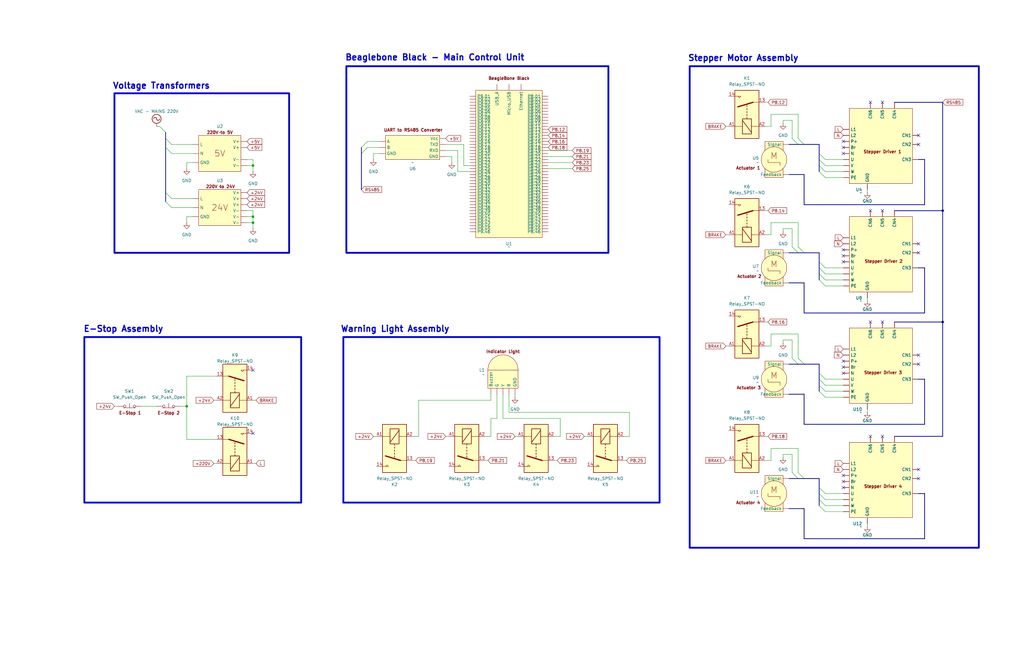
<source format=kicad_sch>
(kicad_sch (version 20231120) (generator "eeschema") (generator_version "8.0")
  (paper "B")
  (title_block (title "OceanMotion Motion Platform - Wiring Schematic") (date "2024-04-04") (rev "1") (company "Ocean Motion") (comment 1 "Author - Jarrett Crump"))
  (lib_symbols
    (symbol "OceanMotion:220V_24V_TRANS"
      (property "Reference" "U" (at 0 -10.16 0))
      (symbol "220V_24V_TRANS_1_1"
        (rectangle (start -8.89 7.62) (end 8.89 -7.62) (fill (type background)))
        (text "24V\n" (at 0 0 0) (effects (font (size 2.54 2.54))))
        (pin bidirectional line (at -11.43 -3.81 0) (length 2.54) (name "GND") (number ""))
        (pin bidirectional line (at -11.43 3.81 0) (length 2.54) (name "L") (number ""))
        (pin bidirectional line (at -11.43 0 0) (length 2.54) (name "N") (number ""))
        (pin output line (at 11.43 1.27 180) (length 2.54) (name "V+") (number ""))
        (pin output line (at 11.43 3.81 180) (length 2.54) (name "V+") (number ""))
        (pin output line (at 11.43 6.35 180) (length 2.54) (name "V+") (number ""))
        (pin output line (at 11.43 -6.35 180) (length 2.54) (name "V-") (number ""))
        (pin output line (at 11.43 -3.81 180) (length 2.54) (name "V-") (number ""))
        (pin output line (at 11.43 -1.27 180) (length 2.54) (name "V-") (number ""))
      )
    )
    (symbol "OceanMotion:220V_5V_TRANS"
      (property "Reference" "U" (at 0 -10.16 0))
      (symbol "220V_5V_TRANS_1_1"
        (rectangle (start -8.89 7.62) (end 8.89 -7.62) (fill (type background)))
        (text "5V" (at 0 0 0) (effects (font (size 2.54 2.54))))
        (pin bidirectional line (at -11.43 -3.81 0) (length 2.54) (name "GND") (number ""))
        (pin bidirectional line (at -11.43 3.81 0) (length 2.54) (name "L") (number ""))
        (pin bidirectional line (at -11.43 0 0) (length 2.54) (name "N") (number ""))
        (pin output line (at 11.43 2.54 180) (length 2.54) (name "V+") (number ""))
        (pin output line (at 11.43 5.08 180) (length 2.54) (name "V+") (number ""))
        (pin output line (at 11.43 -5.08 180) (length 2.54) (name "V-") (number ""))
        (pin output line (at 11.43 -2.54 180) (length 2.54) (name "V-") (number ""))
      )
    )
    (symbol "OceanMotion:BBB"
      (property "Reference" "U" (at 0 -39.624 0))
      (symbol "BBB_1_1"
        (rectangle (start -13.97 24.13) (end 13.97 -38.1) (fill (type background)))
        (pin input line (at 5.08 26.67 270) (length 2.54) (name "Ethernet") (number ""))
        (pin input line (at 0 26.67 270) (length 2.54) (name "Micro_USB") (number ""))
        (pin bidirectional line (at 16.51 21.59 180) (length 2.54) (name "P8.01") (number ""))
        (pin bidirectional line (at 16.51 20.32 180) (length 2.54) (name "P8.02") (number ""))
        (pin bidirectional line (at 16.51 19.05 180) (length 2.54) (name "P8.03") (number ""))
        (pin bidirectional line (at 16.51 17.78 180) (length 2.54) (name "P8.04") (number ""))
        (pin bidirectional line (at 16.51 16.51 180) (length 2.54) (name "P8.05") (number ""))
        (pin bidirectional line (at 16.51 15.24 180) (length 2.54) (name "P8.06") (number ""))
        (pin bidirectional line (at 16.51 13.97 180) (length 2.54) (name "P8.07") (number ""))
        (pin bidirectional line (at 16.51 12.7 180) (length 2.54) (name "P8.08") (number ""))
        (pin bidirectional line (at 16.51 11.43 180) (length 2.54) (name "P8.09") (number ""))
        (pin bidirectional line (at 16.51 10.16 180) (length 2.54) (name "P8.10") (number ""))
        (pin bidirectional line (at 16.51 8.89 180) (length 2.54) (name "P8.11") (number ""))
        (pin bidirectional line (at 16.51 7.62 180) (length 2.54) (name "P8.12") (number ""))
        (pin bidirectional line (at 16.51 6.35 180) (length 2.54) (name "P8.13") (number ""))
        (pin bidirectional line (at 16.51 5.08 180) (length 2.54) (name "P8.14") (number ""))
        (pin bidirectional line (at 16.51 3.81 180) (length 2.54) (name "P8.15") (number ""))
        (pin bidirectional line (at 16.51 2.54 180) (length 2.54) (name "P8.16") (number ""))
        (pin bidirectional line (at 16.51 1.27 180) (length 2.54) (name "P8.17") (number ""))
        (pin bidirectional line (at 16.51 0 180) (length 2.54) (name "P8.18") (number ""))
        (pin bidirectional line (at 16.51 -1.27 180) (length 2.54) (name "P8.19") (number ""))
        (pin bidirectional line (at 16.51 -2.54 180) (length 2.54) (name "P8.20") (number ""))
        (pin bidirectional line (at 16.51 -3.81 180) (length 2.54) (name "P8.21") (number ""))
        (pin bidirectional line (at 16.51 -5.08 180) (length 2.54) (name "P8.22") (number ""))
        (pin bidirectional line (at 16.51 -6.35 180) (length 2.54) (name "P8.23") (number ""))
        (pin bidirectional line (at 16.51 -7.62 180) (length 2.54) (name "P8.24") (number ""))
        (pin bidirectional line (at 16.51 -8.89 180) (length 2.54) (name "P8.25") (number ""))
        (pin bidirectional line (at 16.51 -10.16 180) (length 2.54) (name "P8.26") (number ""))
        (pin bidirectional line (at 16.51 -11.43 180) (length 2.54) (name "P8.27") (number ""))
        (pin bidirectional line (at 16.51 -12.7 180) (length 2.54) (name "P8.28") (number ""))
        (pin bidirectional line (at 16.51 -13.97 180) (length 2.54) (name "P8.29") (number ""))
        (pin bidirectional line (at 16.51 -15.24 180) (length 2.54) (name "P8.30") (number ""))
        (pin bidirectional line (at 16.51 -16.51 180) (length 2.54) (name "P8.31") (number ""))
        (pin bidirectional line (at 16.51 -17.78 180) (length 2.54) (name "P8.32") (number ""))
        (pin bidirectional line (at 16.51 -19.05 180) (length 2.54) (name "P8.33") (number ""))
        (pin bidirectional line (at 16.51 -20.32 180) (length 2.54) (name "P8.34") (number ""))
        (pin bidirectional line (at 16.51 -21.59 180) (length 2.54) (name "P8.35") (number ""))
        (pin bidirectional line (at 16.51 -22.86 180) (length 2.54) (name "P8.36") (number ""))
        (pin bidirectional line (at 16.51 -24.13 180) (length 2.54) (name "P8.37") (number ""))
        (pin bidirectional line (at 16.51 -25.4 180) (length 2.54) (name "P8.38") (number ""))
        (pin bidirectional line (at 16.51 -26.67 180) (length 2.54) (name "P8.39") (number ""))
        (pin bidirectional line (at 16.51 -27.94 180) (length 2.54) (name "P8.40") (number ""))
        (pin bidirectional line (at 16.51 -29.21 180) (length 2.54) (name "P8.41") (number ""))
        (pin bidirectional line (at 16.51 -30.48 180) (length 2.54) (name "P8.42") (number ""))
        (pin bidirectional line (at 16.51 -31.75 180) (length 2.54) (name "P8.43") (number ""))
        (pin bidirectional line (at 16.51 -33.02 180) (length 2.54) (name "P8.44") (number ""))
        (pin bidirectional line (at 16.51 -34.29 180) (length 2.54) (name "P8.45") (number ""))
        (pin bidirectional line (at 16.51 -35.56 180) (length 2.54) (name "P8.46") (number ""))
        (pin bidirectional line (at -16.51 21.59 0) (length 2.54) (name "P9.01") (number ""))
        (pin bidirectional line (at -16.51 20.32 0) (length 2.54) (name "P9.02") (number ""))
        (pin bidirectional line (at -16.51 19.05 0) (length 2.54) (name "P9.03") (number ""))
        (pin bidirectional line (at -16.51 17.78 0) (length 2.54) (name "P9.04") (number ""))
        (pin bidirectional line (at -16.51 16.51 0) (length 2.54) (name "P9.05") (number ""))
        (pin bidirectional line (at -16.51 15.24 0) (length 2.54) (name "P9.06") (number ""))
        (pin bidirectional line (at -16.51 13.97 0) (length 2.54) (name "P9.07") (number ""))
        (pin bidirectional line (at -16.51 12.7 0) (length 2.54) (name "P9.08") (number ""))
        (pin bidirectional line (at -16.51 11.43 0) (length 2.54) (name "P9.09") (number ""))
        (pin bidirectional line (at -16.51 10.16 0) (length 2.54) (name "P9.10") (number ""))
        (pin bidirectional line (at -16.51 8.89 0) (length 2.54) (name "P9.11") (number ""))
        (pin bidirectional line (at -16.51 7.62 0) (length 2.54) (name "P9.12") (number ""))
        (pin bidirectional line (at -16.51 6.35 0) (length 2.54) (name "P9.13") (number ""))
        (pin bidirectional line (at -16.51 5.08 0) (length 2.54) (name "P9.14") (number ""))
        (pin bidirectional line (at -16.51 3.81 0) (length 2.54) (name "P9.15") (number ""))
        (pin bidirectional line (at -16.51 2.54 0) (length 2.54) (name "P9.16") (number ""))
        (pin bidirectional line (at -16.51 1.27 0) (length 2.54) (name "P9.17") (number ""))
        (pin bidirectional line (at -16.51 0 0) (length 2.54) (name "P9.18") (number ""))
        (pin bidirectional line (at -16.51 -1.27 0) (length 2.54) (name "P9.19") (number ""))
        (pin bidirectional line (at -16.51 -2.54 0) (length 2.54) (name "P9.20") (number ""))
        (pin bidirectional line (at -16.51 -3.81 0) (length 2.54) (name "P9.21") (number ""))
        (pin bidirectional line (at -16.51 -5.08 0) (length 2.54) (name "P9.22") (number ""))
        (pin bidirectional line (at -16.51 -6.35 0) (length 2.54) (name "P9.23") (number ""))
        (pin bidirectional line (at -16.51 -7.62 0) (length 2.54) (name "P9.24") (number ""))
        (pin bidirectional line (at -16.51 -8.89 0) (length 2.54) (name "P9.25") (number ""))
        (pin bidirectional line (at -16.51 -10.16 0) (length 2.54) (name "P9.26") (number ""))
        (pin bidirectional line (at -16.51 -11.43 0) (length 2.54) (name "P9.27") (number ""))
        (pin bidirectional line (at -16.51 -12.7 0) (length 2.54) (name "P9.28") (number ""))
        (pin bidirectional line (at -16.51 -13.97 0) (length 2.54) (name "P9.29") (number ""))
        (pin bidirectional line (at -16.51 -15.24 0) (length 2.54) (name "P9.30") (number ""))
        (pin bidirectional line (at -16.51 -16.51 0) (length 2.54) (name "P9.31") (number ""))
        (pin bidirectional line (at -16.51 -17.78 0) (length 2.54) (name "P9.32") (number ""))
        (pin bidirectional line (at -16.51 -19.05 0) (length 2.54) (name "P9.33") (number ""))
        (pin bidirectional line (at -16.51 -20.32 0) (length 2.54) (name "P9.34") (number ""))
        (pin bidirectional line (at -16.51 -21.59 0) (length 2.54) (name "P9.35") (number ""))
        (pin bidirectional line (at -16.51 -22.86 0) (length 2.54) (name "P9.36") (number ""))
        (pin bidirectional line (at -16.51 -24.13 0) (length 2.54) (name "P9.37") (number ""))
        (pin bidirectional line (at -16.51 -25.4 0) (length 2.54) (name "P9.38") (number ""))
        (pin bidirectional line (at -16.51 -26.67 0) (length 2.54) (name "P9.39") (number ""))
        (pin bidirectional line (at -16.51 -27.94 0) (length 2.54) (name "P9.40") (number ""))
        (pin bidirectional line (at -16.51 -29.21 0) (length 2.54) (name "P9.41") (number ""))
        (pin bidirectional line (at -16.51 -30.48 0) (length 2.54) (name "P9.42") (number ""))
        (pin bidirectional line (at -16.51 -31.75 0) (length 2.54) (name "P9.43") (number ""))
        (pin bidirectional line (at -16.51 -33.02 0) (length 2.54) (name "P9.44") (number ""))
        (pin bidirectional line (at -16.51 -34.29 0) (length 2.54) (name "P9.45") (number ""))
        (pin bidirectional line (at -16.51 -35.56 0) (length 2.54) (name "P9.46") (number ""))
        (pin input line (at -5.08 26.67 270) (length 2.54) (name "USB_A") (number ""))
      )
    )
    (symbol "OceanMotion:DRIVER"
      (property "Reference" "U" (at 0 -19.05 0))
      (symbol "DRIVER_1_1"
        (rectangle (start -12.7 15.24) (end 13.97 -16.51) (fill (type background)))
        (pin bidirectional line (at 16.51 -1.27 180) (length 2.54) (name "Br") (number ""))
        (pin bidirectional line (at -15.24 3.81 0) (length 2.54) (name "CN1") (number ""))
        (pin bidirectional line (at -15.24 0 0) (length 2.54) (name "CN2") (number ""))
        (pin bidirectional line (at -15.24 -6.35 0) (length 2.54) (name "CN3") (number ""))
        (pin bidirectional line (at -5.08 17.78 270) (length 2.54) (name "CN4") (number ""))
        (pin bidirectional line (at 0 17.78 270) (length 2.54) (name "CN5") (number ""))
        (pin bidirectional line (at 5.08 17.78 270) (length 2.54) (name "CN6") (number ""))
        (pin bidirectional line (at 6.35 -19.05 90) (length 2.54) (name "GND") (number ""))
        (pin bidirectional line (at 16.51 6.35 180) (length 2.54) (name "L1") (number ""))
        (pin bidirectional line (at 16.51 3.81 180) (length 2.54) (name "L2") (number ""))
        (pin bidirectional line (at 16.51 -3.81 180) (length 2.54) (name "N") (number ""))
        (pin bidirectional line (at 16.51 1.27 180) (length 2.54) (name "P+") (number ""))
        (pin bidirectional line (at 16.51 -13.97 180) (length 2.54) (name "PE") (number ""))
        (pin bidirectional line (at 16.51 -6.35 180) (length 2.54) (name "U") (number ""))
        (pin bidirectional line (at 16.51 -8.89 180) (length 2.54) (name "V") (number ""))
        (pin bidirectional line (at 16.51 -11.43 180) (length 2.54) (name "W") (number ""))
      )
    )
    (symbol "OceanMotion:LED"
      (property "Reference" "L" (at -8.128 0 0))
      (symbol "LED_1_1"
        (rectangle (start -6.35 2.54) (end 6.35 -5.08) (fill (type background)))
        (arc (start 6.35 2.54) (mid 0 9.0147) (end -6.35 2.54) (fill (type background)))
        (pin input line (at 5.08 -7.62 90) (length 2.54) (name "Buzzer") (number ""))
        (pin input line (at 2.54 -7.62 90) (length 2.54) (name "G") (number ""))
        (pin input line (at -5.08 -7.62 90) (length 2.54) (name "GND") (number ""))
        (pin input line (at -2.54 -7.62 90) (length 2.54) (name "R") (number ""))
        (pin input line (at 0 -7.62 90) (length 2.54) (name "Y") (number ""))
      )
    )
    (symbol "OceanMotion:MOTOR"
      (property "Reference" "U" (at 0 -8.89 0))
      (symbol "MOTOR_1_1"
        (polyline (pts (xy -3.81 -3.81) (xy -3.81 -7.62) (xy 3.81 -7.62) (xy 3.81 -3.81)) (fill (type background)))
        (polyline (pts (xy -2.54 -2.54) (xy -2.54 -1.27) (xy 2.54 -1.27) (xy 2.54 0)))
        (polyline (pts (xy 3.81 3.81) (xy 3.81 7.62) (xy -3.81 7.62) (xy -3.81 3.81)) (fill (type background)))
        (circle (center 0 0) (radius 5.3882) (fill (type background)))
        (text "M" (at 0 1.524 0) (effects (font (size 2.54 2.54))))
        (pin bidirectional line (at -6.35 -6.35 0) (length 2.54) (name "Feedback") (number ""))
        (pin bidirectional line (at -6.35 6.35 0) (length 2.54) (name "Signal") (number ""))
      )
    )
    (symbol "OceanMotion:UART_to_RS485"
      (property "Reference" "U" (at 0 -7.112 0))
      (symbol "UART_to_RS485_1_1"
        (rectangle (start -11.43 5.08) (end 11.43 -5.08) (fill (type background)))
        (pin bidirectional line (at 13.97 2.54 180) (length 2.54) (name "A") (number ""))
        (pin bidirectional line (at 13.97 0 180) (length 2.54) (name "B") (number ""))
        (pin passive line (at -13.97 -3.81 0) (length 2.54) (name "GND") (number ""))
        (pin passive line (at 13.97 -2.54 180) (length 2.54) (name "GND") (number ""))
        (pin bidirectional line (at -13.97 -1.27 0) (length 2.54) (name "RXD") (number ""))
        (pin bidirectional line (at -13.97 1.27 0) (length 2.54) (name "TXD") (number ""))
        (pin input line (at -13.97 3.81 0) (length 2.54) (name "Vcc") (number ""))
      )
    )
    (symbol "Relay:Relay_SPST-NO"
      (property "Reference" "K" (at 11.43 3.81 0))
      (property "Value" "Relay_SPST-NO" (at 11.43 1.27 0))
      (symbol "Relay_SPST-NO_0_0"
        (polyline (pts (xy 7.62 5.08) (xy 7.62 2.54) (xy 6.985 3.175) (xy 7.62 3.81)))
      )
      (symbol "Relay_SPST-NO_0_1"
        (rectangle (start -10.16 5.08) (end 10.16 -5.08) (stroke (width 0.254)) (fill (type background)))
        (rectangle (start -8.255 1.905) (end -1.905 -1.905) (stroke (width 0.254)))
        (polyline (pts (xy -7.62 -1.905) (xy -2.54 1.905)) (stroke (width 0.254)))
        (polyline (pts (xy -5.08 -5.08) (xy -5.08 -1.905)))
        (polyline (pts (xy -5.08 5.08) (xy -5.08 1.905)))
        (polyline (pts (xy -1.905 0) (xy -1.27 0)) (stroke (width 0.254)))
        (polyline (pts (xy -0.635 0) (xy 0 0)) (stroke (width 0.254)))
        (polyline (pts (xy 0.635 0) (xy 1.27 0)) (stroke (width 0.254)))
        (polyline (pts (xy 1.905 0) (xy 2.54 0)) (stroke (width 0.254)))
        (polyline (pts (xy 3.175 0) (xy 3.81 0)) (stroke (width 0.254)))
        (polyline (pts (xy 5.08 -2.54) (xy 3.175 3.81)) (stroke (width 0.508)))
        (polyline (pts (xy 5.08 -2.54) (xy 5.08 -5.08)))
      )
      (symbol "Relay_SPST-NO_1_1"
        (pin passive line (at 5.08 -7.62 90) (length 2.54) (name "~") (number "13"))
        (pin passive line (at 7.62 7.62 270) (length 2.54) (name "~") (number "14"))
        (pin passive line (at -5.08 7.62 270) (length 2.54) (name "~") (number "A1"))
        (pin passive line (at -5.08 -7.62 90) (length 2.54) (name "~") (number "A2"))
      )
    )
    (symbol "Switch:SW_Push_Open" (pin_numbers hide) (pin_names (offset 1.016) hide)
      (property "Reference" "SW" (at 0 2.54 0))
      (property "Value" "SW_Push_Open" (at 0 -1.905 0))
      (symbol "SW_Push_Open_0_1"
        (circle (center -2.032 0) (radius 0.508))
        (polyline (pts (xy -2.54 -0.635) (xy 2.54 -0.635)))
        (polyline (pts (xy 0 -0.635) (xy 0 1.27)))
        (circle (center 2.032 0) (radius 0.508))
        (pin passive line (at -5.08 0 0) (length 2.54) (name "A") (number "1"))
      )
      (symbol "SW_Push_Open_1_1"
        (pin passive line (at 5.08 0 180) (length 2.54) (name "B") (number "2"))
      )
    )
    (symbol "power:GND" (power) (pin_numbers hide) (pin_names (offset 0) hide)
      (property "Value" "GND" (at 0 -3.81 0))
      (symbol "GND_0_1"
        (polyline (pts (xy 0 0) (xy 0 -1.27) (xy 1.27 -1.27) (xy 0 -2.54) (xy -1.27 -1.27) (xy 0 -1.27)))
      )
      (symbol "GND_1_1"
        (pin power_in line (at 0 0 270) (length 0) (name "~") (number "1"))
      )
    )
    (symbol "power:VAC" (power) (pin_numbers hide) (pin_names (offset 0) hide)
      (property "Value" "VAC" (at 0 6.35 0))
      (symbol "VAC_0_1"
        (polyline (pts (xy 0 0) (xy 0 1.27)))
        (arc (start 0 3.175) (mid -0.635 3.8073) (end -1.27 3.175) (stroke (width 0.254)))
        (arc (start 0 3.175) (mid 0.635 2.5427) (end 1.27 3.175) (stroke (width 0.254)))
        (circle (center 0 3.175) (radius 1.905) (stroke (width 0.254)))
      )
      (symbol "VAC_1_1"
        (pin power_in line (at 0 0 90) (length 0) (name "~") (number "1"))
      )
    )
  )
  (junction (at 106.68 93.98))
  (junction (at 78.74 171.45))
  (junction (at 106.68 91.44))
  (junction (at 106.68 69.85))
  (junction (at 397.51 135.89))
  (junction (at 397.51 88.9))
  (no_connect (at 387.35 149.86))
  (no_connect (at 355.6 62.23))
  (no_connect (at 387.35 198.12))
  (no_connect (at 387.35 60.96))
  (no_connect (at 387.35 57.15))
  (no_connect (at 387.35 102.87))
  (no_connect (at 367.03 43.18))
  (no_connect (at 372.11 135.89))
  (no_connect (at 372.11 184.15))
  (no_connect (at 355.6 64.77))
  (no_connect (at 355.6 203.2))
  (no_connect (at 367.03 184.15))
  (no_connect (at 367.03 88.9))
  (no_connect (at 355.6 59.69))
  (no_connect (at 355.6 110.49))
  (no_connect (at 387.35 201.93))
  (no_connect (at 355.6 105.41))
  (no_connect (at 387.35 106.68))
  (no_connect (at 372.11 43.18))
  (no_connect (at 355.6 205.74))
  (no_connect (at 355.6 107.95))
  (no_connect (at 355.6 200.66))
  (no_connect (at 372.11 88.9))
  (no_connect (at 355.6 157.48))
  (no_connect (at 387.35 153.67))
  (no_connect (at 106.68 156.21))
  (no_connect (at 106.68 182.88))
  (no_connect (at 367.03 135.89))
  (no_connect (at 355.6 152.4))
  (no_connect (at 355.6 154.94))
  (bus_entry (at 336.55 151.13) (size 2.54 2.54))
  (bus_entry (at 334.01 104.14) (size 2.54 2.54))
  (bus_entry (at 152.4 64.77) (size 2.54 -2.54))
  (bus_entry (at 345.44 162.56) (size 2.54 2.54))
  (bus_entry (at 67.31 53.34) (size 2.54 2.54))
  (bus_entry (at 345.44 160.02) (size 2.54 2.54))
  (bus_entry (at 345.44 208.28) (size 2.54 2.54))
  (bus_entry (at 345.44 113.03) (size 2.54 2.54))
  (bus_entry (at 345.44 165.1) (size 2.54 2.54))
  (bus_entry (at 345.44 115.57) (size 2.54 2.54))
  (bus_entry (at 336.55 104.14) (size 2.54 2.54))
  (bus_entry (at 345.44 69.85) (size 2.54 2.54))
  (bus_entry (at 334.01 58.42) (size 2.54 2.54))
  (bus_entry (at 345.44 72.39) (size 2.54 2.54))
  (bus_entry (at 345.44 157.48) (size 2.54 2.54))
  (bus_entry (at 69.85 62.23) (size 2.54 2.54))
  (bus_entry (at 345.44 64.77) (size 2.54 2.54))
  (bus_entry (at 69.85 85.09) (size 2.54 2.54))
  (bus_entry (at 334.01 151.13) (size 2.54 2.54))
  (bus_entry (at 336.55 199.39) (size 2.54 2.54))
  (bus_entry (at 345.44 110.49) (size 2.54 2.54))
  (bus_entry (at 345.44 210.82) (size 2.54 2.54))
  (bus_entry (at 345.44 213.36) (size 2.54 2.54))
  (bus_entry (at 334.01 199.39) (size 2.54 2.54))
  (bus_entry (at 345.44 67.31) (size 2.54 2.54))
  (bus_entry (at 345.44 118.11) (size 2.54 2.54))
  (bus_entry (at 69.85 81.28) (size 2.54 2.54))
  (bus_entry (at 345.44 205.74) (size 2.54 2.54))
  (bus_entry (at 336.55 58.42) (size 2.54 2.54))
  (bus_entry (at 69.85 58.42) (size 2.54 2.54))
  (bus_entry (at 152.4 62.23) (size 2.54 -2.54))
  (wire (pts (xy 347.98 162.56) (xy 355.6 162.56)))
  (wire (pts (xy 265.43 184.15) (xy 265.43 173.99)))
  (bus (pts (xy 336.55 201.93) (xy 339.09 201.93)))
  (bus (pts (xy 332.74 73.66) (xy 339.09 73.66)))
  (wire (pts (xy 330.2 191.77) (xy 330.2 193.04)))
  (wire (pts (xy 347.98 210.82) (xy 355.6 210.82)))
  (bus (pts (xy 332.74 153.67) (xy 336.55 153.67)))
  (wire (pts (xy 104.14 93.98) (xy 106.68 93.98)))
  (wire (pts (xy 72.39 60.96) (xy 81.28 60.96)))
  (wire (pts (xy 231.14 68.58) (xy 241.3 68.58)))
  (wire (pts (xy 334.01 50.8) (xy 334.01 58.42)))
  (wire (pts (xy 265.43 173.99) (xy 214.63 173.99)))
  (wire (pts (xy 262.89 184.15) (xy 265.43 184.15)))
  (wire (pts (xy 347.98 67.31) (xy 355.6 67.31)))
  (wire (pts (xy 347.98 160.02) (xy 355.6 160.02)))
  (bus (pts (xy 345.44 113.03) (xy 345.44 115.57)))
  (wire (pts (xy 334.01 143.51) (xy 330.2 143.51)))
  (bus (pts (xy 345.44 210.82) (xy 345.44 213.36)))
  (bus (pts (xy 345.44 160.02) (xy 345.44 162.56)))
  (bus (pts (xy 152.4 64.77) (xy 152.4 80.01)))
  (wire (pts (xy 231.14 66.04) (xy 241.3 66.04)))
  (wire (pts (xy 347.98 118.11) (xy 355.6 118.11)))
  (bus (pts (xy 377.19 184.15) (xy 397.51 184.15)))
  (bus (pts (xy 345.44 110.49) (xy 345.44 113.03)))
  (bus (pts (xy 69.85 81.28) (xy 69.85 85.09)))
  (bus (pts (xy 332.74 106.68) (xy 336.55 106.68)))
  (wire (pts (xy 106.68 93.98) (xy 106.68 96.52)))
  (wire (pts (xy 78.74 91.44) (xy 78.74 93.98)))
  (wire (pts (xy 187.96 66.04) (xy 190.5 66.04)))
  (wire (pts (xy 157.48 64.77) (xy 157.48 67.31)))
  (bus (pts (xy 345.44 157.48) (xy 345.44 160.02)))
  (wire (pts (xy 176.53 184.15) (xy 176.53 168.91)))
  (wire (pts (xy 347.98 165.1) (xy 355.6 165.1)))
  (bus (pts (xy 336.55 153.67) (xy 339.09 153.67)))
  (wire (pts (xy 365.76 220.98) (xy 365.76 222.25)))
  (wire (pts (xy 106.68 168.91) (xy 107.95 168.91)))
  (wire (pts (xy 209.55 166.37) (xy 209.55 176.53)))
  (wire (pts (xy 207.01 166.37) (xy 207.01 168.91)))
  (wire (pts (xy 334.01 96.52) (xy 330.2 96.52)))
  (bus (pts (xy 387.35 208.28) (xy 389.89 208.28)))
  (wire (pts (xy 347.98 167.64) (xy 355.6 167.64)))
  (wire (pts (xy 347.98 215.9) (xy 355.6 215.9)))
  (bus (pts (xy 152.4 62.23) (xy 152.4 64.77)))
  (wire (pts (xy 325.12 146.05) (xy 325.12 140.97)))
  (wire (pts (xy 154.94 59.69) (xy 160.02 59.69)))
  (wire (pts (xy 212.09 176.53) (xy 212.09 166.37)))
  (wire (pts (xy 195.58 60.96) (xy 195.58 69.85)))
  (wire (pts (xy 190.5 66.04) (xy 190.5 68.58)))
  (bus (pts (xy 345.44 208.28) (xy 345.44 210.82)))
  (wire (pts (xy 334.01 191.77) (xy 330.2 191.77)))
  (bus (pts (xy 389.89 67.31) (xy 389.89 86.36)))
  (wire (pts (xy 154.94 62.23) (xy 160.02 62.23)))
  (bus (pts (xy 332.74 60.96) (xy 336.55 60.96)))
  (wire (pts (xy 347.98 213.36) (xy 355.6 213.36)))
  (wire (pts (xy 347.98 120.65) (xy 355.6 120.65)))
  (wire (pts (xy 330.2 96.52) (xy 330.2 97.79)))
  (bus (pts (xy 332.74 214.63) (xy 339.09 214.63)))
  (wire (pts (xy 233.68 194.31) (xy 234.95 194.31)))
  (wire (pts (xy 204.47 184.15) (xy 207.01 184.15)))
  (wire (pts (xy 322.58 43.18) (xy 323.85 43.18)))
  (bus (pts (xy 345.44 67.31) (xy 345.44 69.85)))
  (bus (pts (xy 339.09 106.68) (xy 345.44 106.68)))
  (wire (pts (xy 322.58 53.34) (xy 325.12 53.34)))
  (wire (pts (xy 347.98 74.93) (xy 355.6 74.93)))
  (wire (pts (xy 187.96 63.5) (xy 193.04 63.5)))
  (bus (pts (xy 345.44 205.74) (xy 345.44 208.28)))
  (wire (pts (xy 231.14 63.5) (xy 241.3 63.5)))
  (wire (pts (xy 72.39 87.63) (xy 81.28 87.63)))
  (bus (pts (xy 336.55 60.96) (xy 339.09 60.96)))
  (bus (pts (xy 339.09 201.93) (xy 345.44 201.93)))
  (wire (pts (xy 325.12 93.98) (xy 336.55 93.98)))
  (bus (pts (xy 332.74 201.93) (xy 336.55 201.93)))
  (wire (pts (xy 214.63 166.37) (xy 214.63 173.99)))
  (wire (pts (xy 336.55 199.39) (xy 336.55 189.23)))
  (wire (pts (xy 330.2 143.51) (xy 330.2 144.78)))
  (wire (pts (xy 104.14 88.9) (xy 106.68 88.9)))
  (wire (pts (xy 106.68 195.58) (xy 107.95 195.58)))
  (wire (pts (xy 322.58 135.89) (xy 323.85 135.89)))
  (wire (pts (xy 193.04 63.5) (xy 193.04 72.39)))
  (wire (pts (xy 106.68 88.9) (xy 106.68 91.44)))
  (wire (pts (xy 160.02 64.77) (xy 157.48 64.77)))
  (wire (pts (xy 104.14 91.44) (xy 106.68 91.44)))
  (bus (pts (xy 389.89 208.28) (xy 389.89 227.33)))
  (wire (pts (xy 347.98 72.39) (xy 355.6 72.39)))
  (wire (pts (xy 193.04 72.39) (xy 198.12 72.39)))
  (bus (pts (xy 339.09 60.96) (xy 345.44 60.96)))
  (bus (pts (xy 69.85 55.88) (xy 69.85 58.42)))
  (bus (pts (xy 387.35 160.02) (xy 389.89 160.02)))
  (bus (pts (xy 397.51 135.89) (xy 397.51 184.15)))
  (wire (pts (xy 236.22 176.53) (xy 212.09 176.53)))
  (wire (pts (xy 306.07 194.31) (xy 307.34 194.31)))
  (wire (pts (xy 90.17 168.91) (xy 91.44 168.91)))
  (wire (pts (xy 365.76 80.01) (xy 365.76 81.28)))
  (wire (pts (xy 217.17 166.37) (xy 217.17 167.64)))
  (bus (pts (xy 389.89 113.03) (xy 389.89 132.08)))
  (wire (pts (xy 78.74 91.44) (xy 81.28 91.44)))
  (wire (pts (xy 72.39 64.77) (xy 81.28 64.77)))
  (wire (pts (xy 306.07 99.06) (xy 307.34 99.06)))
  (bus (pts (xy 336.55 106.68) (xy 339.09 106.68)))
  (wire (pts (xy 334.01 50.8) (xy 330.2 50.8)))
  (wire (pts (xy 330.2 50.8) (xy 330.2 52.07)))
  (bus (pts (xy 345.44 162.56) (xy 345.44 165.1)))
  (bus (pts (xy 339.09 227.33) (xy 389.89 227.33)))
  (wire (pts (xy 78.74 158.75) (xy 91.44 158.75)))
  (wire (pts (xy 306.07 53.34) (xy 307.34 53.34)))
  (wire (pts (xy 104.14 69.85) (xy 106.68 69.85)))
  (wire (pts (xy 322.58 99.06) (xy 325.12 99.06)))
  (bus (pts (xy 345.44 153.67) (xy 345.44 157.48)))
  (bus (pts (xy 339.09 179.07) (xy 389.89 179.07)))
  (wire (pts (xy 322.58 184.15) (xy 323.85 184.15)))
  (bus (pts (xy 387.35 67.31) (xy 389.89 67.31)))
  (wire (pts (xy 78.74 185.42) (xy 91.44 185.42)))
  (wire (pts (xy 173.99 184.15) (xy 176.53 184.15)))
  (wire (pts (xy 325.12 194.31) (xy 325.12 189.23)))
  (wire (pts (xy 322.58 146.05) (xy 325.12 146.05)))
  (wire (pts (xy 336.55 58.42) (xy 336.55 48.26)))
  (wire (pts (xy 76.2 171.45) (xy 78.74 171.45)))
  (wire (pts (xy 48.26 171.45) (xy 49.53 171.45)))
  (wire (pts (xy 173.99 194.31) (xy 175.26 194.31)))
  (wire (pts (xy 336.55 151.13) (xy 336.55 140.97)))
  (bus (pts (xy 69.85 62.23) (xy 69.85 81.28)))
  (wire (pts (xy 246.38 184.15) (xy 247.65 184.15)))
  (wire (pts (xy 336.55 104.14) (xy 336.55 93.98)))
  (wire (pts (xy 78.74 171.45) (xy 78.74 185.42)))
  (wire (pts (xy 334.01 143.51) (xy 334.01 151.13)))
  (wire (pts (xy 365.76 172.72) (xy 365.76 173.99)))
  (bus (pts (xy 397.51 43.18) (xy 397.51 88.9)))
  (bus (pts (xy 389.89 160.02) (xy 389.89 179.07)))
  (bus (pts (xy 339.09 86.36) (xy 389.89 86.36)))
  (wire (pts (xy 78.74 158.75) (xy 78.74 171.45)))
  (wire (pts (xy 157.48 184.15) (xy 158.75 184.15)))
  (bus (pts (xy 345.44 106.68) (xy 345.44 110.49)))
  (bus (pts (xy 69.85 58.42) (xy 69.85 62.23)))
  (wire (pts (xy 187.96 60.96) (xy 195.58 60.96)))
  (wire (pts (xy 347.98 208.28) (xy 355.6 208.28)))
  (bus (pts (xy 345.44 64.77) (xy 345.44 67.31)))
  (wire (pts (xy 262.89 194.31) (xy 264.16 194.31)))
  (wire (pts (xy 325.12 140.97) (xy 336.55 140.97)))
  (wire (pts (xy 325.12 189.23) (xy 336.55 189.23)))
  (wire (pts (xy 104.14 67.31) (xy 106.68 67.31)))
  (wire (pts (xy 217.17 184.15) (xy 218.44 184.15)))
  (bus (pts (xy 387.35 113.03) (xy 389.89 113.03)))
  (wire (pts (xy 231.14 71.12) (xy 241.3 71.12)))
  (bus (pts (xy 377.19 43.18) (xy 397.51 43.18)))
  (bus (pts (xy 345.44 60.96) (xy 345.44 64.77)))
  (wire (pts (xy 204.47 194.31) (xy 205.74 194.31)))
  (bus (pts (xy 345.44 115.57) (xy 345.44 118.11)))
  (bus (pts (xy 339.09 166.37) (xy 339.09 179.07)))
  (wire (pts (xy 236.22 184.15) (xy 236.22 176.53)))
  (wire (pts (xy 325.12 53.34) (xy 325.12 48.26)))
  (wire (pts (xy 90.17 195.58) (xy 91.44 195.58)))
  (bus (pts (xy 339.09 119.38) (xy 339.09 132.08)))
  (wire (pts (xy 325.12 99.06) (xy 325.12 93.98)))
  (wire (pts (xy 195.58 69.85) (xy 198.12 69.85)))
  (wire (pts (xy 325.12 48.26) (xy 336.55 48.26)))
  (wire (pts (xy 322.58 88.9) (xy 323.85 88.9)))
  (wire (pts (xy 176.53 168.91) (xy 207.01 168.91)))
  (bus (pts (xy 332.74 166.37) (xy 339.09 166.37)))
  (wire (pts (xy 72.39 83.82) (xy 81.28 83.82)))
  (bus (pts (xy 345.44 201.93) (xy 345.44 205.74)))
  (wire (pts (xy 78.74 68.58) (xy 78.74 71.12)))
  (wire (pts (xy 106.68 69.85) (xy 106.68 72.39)))
  (wire (pts (xy 347.98 113.03) (xy 355.6 113.03)))
  (wire (pts (xy 106.68 91.44) (xy 106.68 93.98)))
  (wire (pts (xy 322.58 194.31) (xy 325.12 194.31)))
  (wire (pts (xy 81.28 68.58) (xy 78.74 68.58)))
  (bus (pts (xy 332.74 119.38) (xy 339.09 119.38)))
  (bus (pts (xy 339.09 153.67) (xy 345.44 153.67)))
  (bus (pts (xy 345.44 69.85) (xy 345.44 72.39)))
  (bus (pts (xy 397.51 88.9) (xy 397.51 135.89)))
  (wire (pts (xy 233.68 184.15) (xy 236.22 184.15)))
  (wire (pts (xy 334.01 191.77) (xy 334.01 199.39)))
  (wire (pts (xy 347.98 115.57) (xy 355.6 115.57)))
  (wire (pts (xy 306.07 146.05) (xy 307.34 146.05)))
  (wire (pts (xy 187.96 184.15) (xy 189.23 184.15)))
  (wire (pts (xy 365.76 125.73) (xy 365.76 127)))
  (wire (pts (xy 334.01 96.52) (xy 334.01 104.14)))
  (wire (pts (xy 59.69 171.45) (xy 66.04 171.45)))
  (bus (pts (xy 339.09 214.63) (xy 339.09 227.33)))
  (wire (pts (xy 347.98 69.85) (xy 355.6 69.85)))
  (bus (pts (xy 377.19 88.9) (xy 397.51 88.9)))
  (bus (pts (xy 339.09 73.66) (xy 339.09 86.36)))
  (wire (pts (xy 106.68 67.31) (xy 106.68 69.85)))
  (wire (pts (xy 209.55 176.53) (xy 207.01 176.53)))
  (bus (pts (xy 377.19 135.89) (xy 397.51 135.89)))
  (bus (pts (xy 339.09 132.08) (xy 389.89 132.08)))
  (wire (pts (xy 66.04 53.34) (xy 67.31 53.34)))
  (wire (pts (xy 207.01 176.53) (xy 207.01 184.15)))
  (rectangle (start 290.83 27.94) (end 412.75 231.14) (stroke (width 0.762)))
  (rectangle (start 35.56 142.24) (end 127 212.09) (stroke (width 0.762)))
  (rectangle (start 146.05 27.94) (end 256.54 106.68) (stroke (width 0.762)))
  (rectangle (start 144.78 142.24) (end 278.13 212.09) (stroke (width 0.762)))
  (rectangle (start 48.26 39.37) (end 121.92 106.68) (stroke (width 0.762)))
  (text "Indicator Light" (at 212.09 148.59 0) (effects (font (size 1.27 1.27) (bold yes))))
  (text "Warning Light Assembly" (at 166.624 138.938 0) (effects (font (size 2.54 2.54) (thickness 0.508) (bold yes))))
  (text "UART to RS485 Converter" (at 174.244 55.118 0) (effects (font (size 1.27 1.27) (bold yes))))
  (text "220V to 5V" (at 92.71 56.134 0) (effects (font (size 1.27 1.27) (bold yes))))
  (text "E-Stop 1" (at 54.864 174.498 0) (effects (font (size 1.27 1.27) (bold yes))))
  (text "E-Stop 2" (at 71.12 174.498 0) (effects (font (size 1.27 1.27) (bold yes))))
  (text "Actuator 2" (at 315.976 116.84 0) (effects (font (size 1.27 1.27) (bold yes))))
  (text "E-Stop Assembly" (at 52.07 138.938 0) (effects (font (size 2.54 2.54) (thickness 0.508) (bold yes))))
  (text "220V to 24V" (at 92.964 78.994 0) (effects (font (size 1.27 1.27) (bold yes))))
  (text "Stepper Driver 1" (at 372.11 64.262 0) (effects (font (size 1.27 1.27) (bold yes))))
  (text "BeagleBone Black" (at 214.63 33.274 0) (effects (font (size 1.27 1.27) (bold yes))))
  (text "Actuator 4" (at 315.468 212.344 0) (effects (font (size 1.27 1.27) (bold yes))))
  (text "Voltage Transformers" (at 68.072 36.322 0) (effects (font (size 2.54 2.54) (thickness 0.508) (bold yes))))
  (text "Stepper Driver 3" (at 372.364 157.48 0) (effects (font (size 1.27 1.27) (bold yes))))
  (text "Beaglebone Black - Main Control Unit" (at 183.388 24.384 0) (effects (font (size 2.54 2.54) (thickness 0.508) (bold yes))))
  (text "Stepper Motor Assembly" (at 313.436 24.638 0) (effects (font (size 2.54 2.54) (thickness 0.508) (bold yes))))
  (text "Actuator 1" (at 315.468 71.12 0) (effects (font (size 1.27 1.27) (bold yes))))
  (text "Stepper Driver 2" (at 372.618 110.49 0) (effects (font (size 1.27 1.27) (bold yes))))
  (text "Actuator 3" (at 315.722 163.83 0) (effects (font (size 1.27 1.27) (bold yes))))
  (text "Stepper Driver 4" (at 372.364 205.486 0) (effects (font (size 1.27 1.27) (bold yes))))
  (global_label "L" (shape input) (at 355.6 195.58 180) (property "Intersheetrefs" "${INTERSHEET_REFS}" (effects (hide yes))))
  (global_label "+24V" (shape input) (at 48.26 171.45 180) (property "Intersheetrefs" "${INTERSHEET_REFS}" (effects (hide yes))))
  (global_label "+24V" (shape input) (at 104.14 86.36 0) (property "Intersheetrefs" "${INTERSHEET_REFS}" (effects (hide yes))))
  (global_label "P8.19" (shape input) (at 175.26 194.31 0) (property "Intersheetrefs" "${INTERSHEET_REFS}" (effects (hide yes))))
  (global_label "BRAKE" (shape input) (at 306.07 99.06 180) (property "Intersheetrefs" "${INTERSHEET_REFS}" (effects (hide yes))))
  (global_label "+24V" (shape input) (at 157.48 184.15 180) (property "Intersheetrefs" "${INTERSHEET_REFS}" (effects (hide yes))))
  (global_label "+24V" (shape input) (at 104.14 83.82 0) (property "Intersheetrefs" "${INTERSHEET_REFS}" (effects (hide yes))))
  (global_label "P8.16" (shape input) (at 231.14 59.69 0) (property "Intersheetrefs" "${INTERSHEET_REFS}" (effects (hide yes))))
  (global_label "L" (shape input) (at 355.6 147.32 180) (property "Intersheetrefs" "${INTERSHEET_REFS}" (effects (hide yes))))
  (global_label "+5V" (shape input) (at 104.14 59.69 0) (property "Intersheetrefs" "${INTERSHEET_REFS}" (effects (hide yes))))
  (global_label "P8.18" (shape input) (at 231.14 62.23 0) (property "Intersheetrefs" "${INTERSHEET_REFS}" (effects (hide yes))))
  (global_label "N" (shape input) (at 355.6 57.15 180) (property "Intersheetrefs" "${INTERSHEET_REFS}" (effects (hide yes))))
  (global_label "BRAKE" (shape input) (at 306.07 146.05 180) (property "Intersheetrefs" "${INTERSHEET_REFS}" (effects (hide yes))))
  (global_label "N" (shape input) (at 355.6 102.87 180) (property "Intersheetrefs" "${INTERSHEET_REFS}" (effects (hide yes))))
  (global_label "P8.12" (shape input) (at 323.85 43.18 0) (property "Intersheetrefs" "${INTERSHEET_REFS}" (effects (hide yes))))
  (global_label "P8.25" (shape input) (at 264.16 194.31 0) (property "Intersheetrefs" "${INTERSHEET_REFS}" (effects (hide yes))))
  (global_label "P8.23" (shape input) (at 234.95 194.31 0) (property "Intersheetrefs" "${INTERSHEET_REFS}" (effects (hide yes))))
  (global_label "P8.16" (shape input) (at 323.85 135.89 0) (property "Intersheetrefs" "${INTERSHEET_REFS}" (effects (hide yes))))
  (global_label "N" (shape input) (at 355.6 198.12 180) (property "Intersheetrefs" "${INTERSHEET_REFS}" (effects (hide yes))))
  (global_label "+24V" (shape input) (at 104.14 81.28 0) (property "Intersheetrefs" "${INTERSHEET_REFS}" (effects (hide yes))))
  (global_label "P8.14" (shape input) (at 323.85 88.9 0) (property "Intersheetrefs" "${INTERSHEET_REFS}" (effects (hide yes))))
  (global_label "+24V" (shape input) (at 246.38 184.15 180) (property "Intersheetrefs" "${INTERSHEET_REFS}" (effects (hide yes))))
  (global_label "RS485" (shape input) (at 152.4 80.01 0) (property "Intersheetrefs" "${INTERSHEET_REFS}" (effects (hide yes))))
  (global_label "P8.18" (shape input) (at 323.85 184.15 0) (property "Intersheetrefs" "${INTERSHEET_REFS}" (effects (hide yes))))
  (global_label "BRAKE" (shape input) (at 306.07 53.34 180) (property "Intersheetrefs" "${INTERSHEET_REFS}" (effects (hide yes))))
  (global_label "L" (shape input) (at 355.6 100.33 180) (property "Intersheetrefs" "${INTERSHEET_REFS}" (effects (hide yes))))
  (global_label "+5V" (shape input) (at 104.14 62.23 0) (property "Intersheetrefs" "${INTERSHEET_REFS}" (effects (hide yes))))
  (global_label "P8.19" (shape input) (at 241.3 63.5 0) (property "Intersheetrefs" "${INTERSHEET_REFS}" (effects (hide yes))))
  (global_label "P8.12" (shape input) (at 231.14 54.61 0) (property "Intersheetrefs" "${INTERSHEET_REFS}" (effects (hide yes))))
  (global_label "BRAKE" (shape input) (at 107.95 168.91 0) (property "Intersheetrefs" "${INTERSHEET_REFS}" (effects (hide yes))))
  (global_label "L" (shape input) (at 355.6 54.61 180) (property "Intersheetrefs" "${INTERSHEET_REFS}" (effects (hide yes))))
  (global_label "+5V" (shape input) (at 187.96 58.42 0) (property "Intersheetrefs" "${INTERSHEET_REFS}" (effects (hide yes))))
  (global_label "RS485" (shape input) (at 397.51 43.18 0) (property "Intersheetrefs" "${INTERSHEET_REFS}" (effects (hide yes))))
  (global_label "P8.21" (shape input) (at 241.3 66.04 0) (property "Intersheetrefs" "${INTERSHEET_REFS}" (effects (hide yes))))
  (global_label "L" (shape input) (at 107.95 195.58 0) (property "Intersheetrefs" "${INTERSHEET_REFS}" (effects (hide yes))))
  (global_label "BRAKE" (shape input) (at 306.07 194.31 180) (property "Intersheetrefs" "${INTERSHEET_REFS}" (effects (hide yes))))
  (global_label "N" (shape input) (at 355.6 149.86 180) (property "Intersheetrefs" "${INTERSHEET_REFS}" (effects (hide yes))))
  (global_label "P8.14" (shape input) (at 231.14 57.15 0) (property "Intersheetrefs" "${INTERSHEET_REFS}" (effects (hide yes))))
  (global_label "+24V" (shape input) (at 90.17 168.91 180) (property "Intersheetrefs" "${INTERSHEET_REFS}" (effects (hide yes))))
  (global_label "+24V" (shape input) (at 217.17 184.15 180) (property "Intersheetrefs" "${INTERSHEET_REFS}" (effects (hide yes))))
  (global_label "P8.21" (shape input) (at 205.74 194.31 0) (property "Intersheetrefs" "${INTERSHEET_REFS}" (effects (hide yes))))
  (global_label "+24V" (shape input) (at 187.96 184.15 180) (property "Intersheetrefs" "${INTERSHEET_REFS}" (effects (hide yes))))
  (global_label "P8.23" (shape input) (at 241.3 68.58 0) (property "Intersheetrefs" "${INTERSHEET_REFS}" (effects (hide yes))))
  (global_label "P8.25" (shape input) (at 241.3 71.12 0) (property "Intersheetrefs" "${INTERSHEET_REFS}" (effects (hide yes))))
  (global_label "+220V" (shape input) (at 90.17 195.58 180) (property "Intersheetrefs" "${INTERSHEET_REFS}" (effects (hide yes))))
  (symbol (lib_id "power:GND") (at 190.5 68.58 0) (unit 1)
    (property "Reference" "#PWR06" (effects (hide yes)))
    (property "Value" "GND" (at 190.5 73.66 0))
    (property "Description" "Power symbol creates a global label with name \"GND\" , ground" (effects (hide yes)))
  )
  (symbol (lib_id "Switch:SW_Push_Open") (at 71.12 171.45 0) (unit 1)
    (property "Reference" "SW2" (at 71.12 165.1 0))
    (property "Value" "SW_Push_Open" (at 71.12 167.64 0))
    (property "Description" "Push button switch, push-to-open, generic, two pins" (effects (hide yes)))
  )
  (symbol (lib_id "power:GND") (at 157.48 67.31 0) (unit 1)
    (property "Reference" "#PWR02" (effects (hide yes)))
    (property "Value" "GND" (at 157.48 72.39 0))
    (property "Description" "Power symbol creates a global label with name \"GND\" , ground" (effects (hide yes)))
  )
  (symbol (lib_id "power:GND") (at 217.17 167.64 0) (unit 1)
    (property "Reference" "#PWR07" (effects (hide yes)))
    (property "Value" "GND" (at 217.17 172.72 0))
    (property "Description" "Power symbol creates a global label with name \"GND\" , ground" (effects (hide yes)))
  )
  (symbol (lib_id "power:GND") (at 365.76 173.99 0) (unit 1)
    (property "Reference" "#PWR013" (effects (hide yes)))
    (property "Value" "GND" (at 365.76 177.546 0))
    (property "Description" "Power symbol creates a global label with name \"GND\" , ground" (effects (hide yes)))
  )
  (symbol (lib_id "Relay:Relay_SPST-NO") (at 314.96 93.98 90) (unit 1)
    (property "Reference" "K6" (at 314.96 78.74 90))
    (property "Value" "Relay_SPST-NO" (at 314.96 81.28 90))
    (property "Description" "Relay SPST, Normally Open, EN50005" (effects (hide yes)))
  )
  (symbol (lib_id "power:GND") (at 365.76 222.25 0) (unit 1)
    (property "Reference" "#PWR014" (effects (hide yes)))
    (property "Value" "GND" (at 365.76 225.806 0))
    (property "Description" "Power symbol creates a global label with name \"GND\" , ground" (effects (hide yes)))
  )
  (symbol (lib_id "power:GND") (at 78.74 93.98 0) (unit 1)
    (property "Reference" "#PWR01" (effects (hide yes)))
    (property "Value" "GND" (at 78.74 99.06 0))
    (property "Description" "Power symbol creates a global label with name \"GND\" , ground" (effects (hide yes)))
  )
  (symbol (lib_id "Relay:Relay_SPST-NO") (at 99.06 163.83 270) (mirror x) (unit 1)
    (property "Reference" "K9" (at 99.06 149.86 90))
    (property "Value" "Relay_SPST-NO" (at 99.06 152.4 90))
    (property "Description" "Relay SPST, Normally Open, EN50005" (effects (hide yes)))
  )
  (symbol (lib_id "power:GND") (at 330.2 193.04 0) (unit 1)
    (property "Reference" "#PWR010" (effects (hide yes)))
    (property "Value" "GND" (at 330.2 198.12 0))
    (property "Description" "Power symbol creates a global label with name \"GND\" , ground" (effects (hide yes)))
  )
  (symbol (lib_id "OceanMotion:UART_to_RS485") (at 173.99 62.23 0) (mirror y) (unit 1)
    (property "Reference" "U6" (at 173.99 71.12 0))
    (property "Value" "~" (at 173.99 68.58 0))
  )
  (symbol (lib_id "power:GND") (at 106.68 96.52 0) (unit 1)
    (property "Reference" "#PWR04" (effects (hide yes)))
    (property "Value" "GND" (at 106.68 101.6 0))
    (property "Description" "Power symbol creates a global label with name \"GND\" , ground" (effects (hide yes)))
  )
  (symbol (lib_id "power:GND") (at 106.68 72.39 0) (unit 1)
    (property "Reference" "#PWR05" (effects (hide yes)))
    (property "Value" "GND" (at 106.68 77.47 0))
    (property "Description" "Power symbol creates a global label with name \"GND\" , ground" (effects (hide yes)))
  )
  (symbol (lib_id "Switch:SW_Push_Open") (at 54.61 171.45 0) (unit 1)
    (property "Reference" "SW1" (at 54.61 165.1 0))
    (property "Value" "SW_Push_Open" (at 54.61 167.64 0))
    (property "Description" "Push button switch, push-to-open, generic, two pins" (effects (hide yes)))
  )
  (symbol (lib_name "OceanMotion:MOTOR") (lib_id "OceanMotion:MOTOR") (at 326.39 208.28 0) (mirror y) (unit 1)
    (property "Reference" "U11" (at 320.04 207.6449 0) (effects (justify left)))
    (property "Value" "~" (at 320.04 209.55 0) (effects (justify left)))
  )
  (symbol (lib_id "OceanMotion:LED") (at 212.09 158.75 0) (mirror y) (unit 1)
    (property "Reference" "L1" (at 204.47 156.1475 0) (effects (justify left)))
    (property "Value" "~" (at 204.47 158.0526 0) (effects (justify left)))
  )
  (symbol (lib_id "Relay:Relay_SPST-NO") (at 314.96 140.97 90) (unit 1)
    (property "Reference" "K7" (at 314.96 125.73 90))
    (property "Value" "Relay_SPST-NO" (at 314.96 128.27 90))
    (property "Description" "Relay SPST, Normally Open, EN50005" (effects (hide yes)))
  )
  (symbol (lib_id "Relay:Relay_SPST-NO") (at 255.27 189.23 90) (mirror x) (unit 1)
    (property "Reference" "K5" (at 255.27 204.47 90))
    (property "Value" "Relay_SPST-NO" (at 255.27 201.93 90))
    (property "Description" "Relay SPST, Normally Open, EN50005" (effects (hide yes)))
  )
  (symbol (lib_id "Relay:Relay_SPST-NO") (at 166.37 189.23 90) (mirror x) (unit 1)
    (property "Reference" "K2" (at 166.37 204.47 90))
    (property "Value" "Relay_SPST-NO" (at 166.37 201.93 90))
    (property "Description" "Relay SPST, Normally Open, EN50005" (effects (hide yes)))
  )
  (symbol (lib_id "power:GND") (at 78.74 71.12 0) (unit 1)
    (property "Reference" "#PWR016" (effects (hide yes)))
    (property "Value" "GND" (at 78.74 76.2 0))
    (property "Description" "Power symbol creates a global label with name \"GND\" , ground" (effects (hide yes)))
  )
  (symbol (lib_id "OceanMotion:BBB") (at 214.63 62.23 0) (unit 1)
    (property "Reference" "U1" (at 214.63 102.87 0))
    (property "Value" "~" (at 214.63 104.14 0))
  )
  (symbol (lib_name "OceanMotion:MOTOR") (lib_id "OceanMotion:MOTOR") (at 326.39 160.02 0) (mirror y) (unit 1)
    (property "Reference" "U9" (at 320.04 159.3849 0) (effects (justify left)))
    (property "Value" "~" (at 320.04 161.29 0) (effects (justify left)))
  )
  (symbol (lib_name "OceanMotion:DRIVER") (lib_id "OceanMotion:DRIVER") (at 372.11 60.96 0) (mirror y) (unit 1)
    (property "Reference" "U4" (at 363.5659 80.01 0) (effects (justify left)))
    (property "Value" "~" (at 363.5659 81.28 0) (effects (justify left)))
  )
  (symbol (lib_name "OceanMotion:DRIVER") (lib_id "OceanMotion:DRIVER") (at 372.11 201.93 0) (mirror y) (unit 1)
    (property "Reference" "U12" (at 363.5659 220.98 0) (effects (justify left)))
    (property "Value" "~" (at 363.5659 222.25 0) (effects (justify left)))
  )
  (symbol (lib_id "Relay:Relay_SPST-NO") (at 196.85 189.23 90) (mirror x) (unit 1)
    (property "Reference" "K3" (at 196.85 204.47 90))
    (property "Value" "Relay_SPST-NO" (at 196.85 201.93 90))
    (property "Description" "Relay SPST, Normally Open, EN50005" (effects (hide yes)))
  )
  (symbol (lib_id "power:GND") (at 330.2 52.07 0) (unit 1)
    (property "Reference" "#PWR03" (effects (hide yes)))
    (property "Value" "GND" (at 330.2 57.15 0))
    (property "Description" "Power symbol creates a global label with name \"GND\" , ground" (effects (hide yes)))
  )
  (symbol (lib_name "OceanMotion:DRIVER") (lib_id "OceanMotion:DRIVER") (at 372.11 153.67 0) (mirror y) (unit 1)
    (property "Reference" "U10" (at 363.5659 172.72 0) (effects (justify left)))
    (property "Value" "~" (at 363.5659 173.99 0) (effects (justify left)))
  )
  (symbol (lib_id "power:GND") (at 365.76 81.28 0) (unit 1)
    (property "Reference" "#PWR011" (effects (hide yes)))
    (property "Value" "GND" (at 365.76 84.836 0))
    (property "Description" "Power symbol creates a global label with name \"GND\" , ground" (effects (hide yes)))
  )
  (symbol (lib_id "power:GND") (at 330.2 97.79 0) (unit 1)
    (property "Reference" "#PWR08" (effects (hide yes)))
    (property "Value" "GND" (at 330.2 102.87 0))
    (property "Description" "Power symbol creates a global label with name \"GND\" , ground" (effects (hide yes)))
  )
  (symbol (lib_id "power:GND") (at 330.2 144.78 0) (unit 1)
    (property "Reference" "#PWR09" (effects (hide yes)))
    (property "Value" "GND" (at 330.2 149.86 0))
    (property "Description" "Power symbol creates a global label with name \"GND\" , ground" (effects (hide yes)))
  )
  (symbol (lib_id "Relay:Relay_SPST-NO") (at 226.06 189.23 90) (mirror x) (unit 1)
    (property "Reference" "K4" (at 226.06 204.47 90))
    (property "Value" "Relay_SPST-NO" (at 226.06 201.93 90))
    (property "Description" "Relay SPST, Normally Open, EN50005" (effects (hide yes)))
  )
  (symbol (lib_id "Relay:Relay_SPST-NO") (at 314.96 189.23 90) (unit 1)
    (property "Reference" "K8" (at 314.96 173.99 90))
    (property "Value" "Relay_SPST-NO" (at 314.96 176.53 90))
    (property "Description" "Relay SPST, Normally Open, EN50005" (effects (hide yes)))
  )
  (symbol (lib_id "Relay:Relay_SPST-NO") (at 99.06 190.5 270) (mirror x) (unit 1)
    (property "Reference" "K10" (at 99.06 176.53 90))
    (property "Value" "Relay_SPST-NO" (at 99.06 179.07 90))
    (property "Description" "Relay SPST, Normally Open, EN50005" (effects (hide yes)))
  )
  (symbol (lib_id "power:VAC") (at 66.04 53.34 0) (unit 1)
    (property "Reference" "#PWR015" (effects (hide yes)))
    (property "Value" "VAC - MAINS 220V" (at 66.04 46.99 0))
    (property "Description" "Power symbol creates a global label with name \"VAC\"" (effects (hide yes)))
  )
  (symbol (lib_name "OceanMotion:MOTOR") (lib_id "OceanMotion:MOTOR") (at 326.39 113.03 0) (mirror y) (unit 1)
    (property "Reference" "U7" (at 320.04 112.3949 0) (effects (justify left)))
    (property "Value" "~" (at 320.04 114.3 0) (effects (justify left)))
  )
  (symbol (lib_id "Relay:Relay_SPST-NO") (at 314.96 48.26 90) (unit 1)
    (property "Reference" "K1" (at 314.96 33.02 90))
    (property "Value" "Relay_SPST-NO" (at 314.96 35.56 90))
    (property "Description" "Relay SPST, Normally Open, EN50005" (effects (hide yes)))
  )
  (symbol (lib_name "OceanMotion:MOTOR") (lib_id "OceanMotion:MOTOR") (at 326.39 67.31 0) (mirror y) (unit 1)
    (property "Reference" "U5" (at 320.04 66.6749 0) (effects (justify left)))
    (property "Value" "~" (at 320.04 68.58 0) (effects (justify left)))
  )
  (symbol (lib_id "OceanMotion:220V_5V_TRANS") (at 92.71 64.77 0) (unit 1)
    (property "Reference" "U2" (at 92.71 53.34 0))
    (property "Value" "~" (at 92.71 55.88 0))
  )
  (symbol (lib_name "OceanMotion:DRIVER") (lib_id "OceanMotion:DRIVER") (at 372.11 106.68 0) (mirror y) (unit 1)
    (property "Reference" "U8" (at 363.5659 125.73 0) (effects (justify left)))
    (property "Value" "~" (at 363.5659 127 0) (effects (justify left)))
  )
  (symbol (lib_id "OceanMotion:220V_24V_TRANS") (at 92.71 87.63 0) (unit 1)
    (property "Reference" "U3" (at 92.71 76.2 0))
    (property "Value" "~" (at 92.71 78.74 0))
  )
  (symbol (lib_id "power:GND") (at 365.76 127 0) (unit 1)
    (property "Reference" "#PWR012" (effects (hide yes)))
    (property "Value" "GND" (at 365.76 130.556 0))
    (property "Description" "Power symbol creates a global label with name \"GND\" , ground" (effects (hide yes)))
  )
)
</source>
